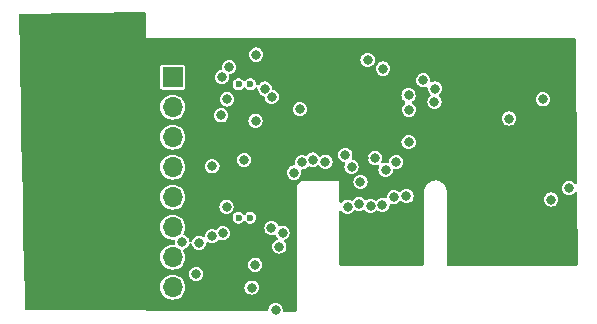
<source format=gbr>
%TF.GenerationSoftware,KiCad,Pcbnew,8.0.5*%
%TF.CreationDate,2024-11-05T15:42:22+00:00*%
%TF.ProjectId,ADE_Main_V4,4144455f-4d61-4696-9e5f-56342e6b6963,rev?*%
%TF.SameCoordinates,Original*%
%TF.FileFunction,Copper,L2,Inr*%
%TF.FilePolarity,Positive*%
%FSLAX46Y46*%
G04 Gerber Fmt 4.6, Leading zero omitted, Abs format (unit mm)*
G04 Created by KiCad (PCBNEW 8.0.5) date 2024-11-05 15:42:22*
%MOMM*%
%LPD*%
G01*
G04 APERTURE LIST*
%TA.AperFunction,ComponentPad*%
%ADD10C,0.600000*%
%TD*%
%TA.AperFunction,ComponentPad*%
%ADD11R,1.700000X1.700000*%
%TD*%
%TA.AperFunction,ComponentPad*%
%ADD12O,1.700000X1.700000*%
%TD*%
%TA.AperFunction,ViaPad*%
%ADD13C,0.800000*%
%TD*%
G04 APERTURE END LIST*
D10*
%TO.N,/UM*%
%TO.C,U3*%
X-1180000Y36100000D03*
X-180000Y36100000D03*
%TD*%
%TO.N,/UM*%
%TO.C,U1*%
X-1180000Y24810000D03*
X-180000Y24810000D03*
%TD*%
D11*
%TO.N,/RRP*%
%TO.C,J15*%
X-6750200Y36692980D03*
D12*
%TO.N,/RRM*%
X-6750200Y34152980D03*
%TO.N,/RSP*%
X-6750200Y31612980D03*
%TO.N,/RSM*%
X-6750200Y29072980D03*
%TO.N,/RTP*%
X-6750200Y26532980D03*
%TO.N,/RTM*%
X-6750200Y23992980D03*
%TO.N,/RNP*%
X-6750200Y21452980D03*
%TO.N,/RNM*%
X-6750200Y18912980D03*
%TD*%
D13*
%TO.N,GND*%
X12877800Y28778200D03*
X-16100000Y27403599D03*
X3048000Y37363400D03*
X-18640000Y32483599D03*
X12065000Y27940000D03*
X24540000Y32483599D03*
X-2540000Y39344600D03*
X-18640000Y24863599D03*
X17246600Y26085800D03*
X-18640000Y27403599D03*
X19460000Y37563599D03*
X4430000Y37400000D03*
X3200400Y19862800D03*
X-14440000Y37200000D03*
X13843000Y27762200D03*
X-14100000Y23060000D03*
X4428453Y33111500D03*
X17018000Y27711400D03*
X-13450000Y18140000D03*
X16920000Y37563599D03*
X-18640000Y29943599D03*
X390000Y17940000D03*
X9457677Y29825500D03*
X16459200Y32664400D03*
X5540000Y38930000D03*
X-13560000Y27403599D03*
X-16100000Y32483599D03*
X13868400Y25908000D03*
X-18640000Y37563599D03*
X-18640000Y22323599D03*
X-16100000Y24863599D03*
X-18640000Y19783599D03*
X1001000Y26060000D03*
X-13560000Y24863599D03*
X-16100000Y22323599D03*
X24540000Y37563599D03*
X670000Y28320000D03*
X-16100000Y29943599D03*
X-5230000Y25880000D03*
X660000Y31690000D03*
X-13560000Y40103599D03*
X-18640000Y35023599D03*
X-16100000Y19783599D03*
X1850000Y39045500D03*
X-11020000Y40103599D03*
X-13560000Y19783599D03*
X-16100000Y35023599D03*
X-16100000Y37563599D03*
X20497800Y32283400D03*
X-14520000Y29090000D03*
%TO.N,+3V3*%
X1955800Y16967200D03*
X26797000Y27305000D03*
X25298400Y26339800D03*
X11050000Y37425000D03*
X15443200Y35737800D03*
X24587200Y34823400D03*
X11277600Y28854400D03*
X-2190000Y25740000D03*
X12166600Y29514800D03*
X-1975500Y37553372D03*
%TO.N,/AVDDOUT*%
X7863900Y30124400D03*
%TO.N,/DVDDOUT*%
X9753600Y38150800D03*
%TO.N,/REF*%
X4013200Y33985200D03*
%TO.N,/ISP*%
X1040000Y35730000D03*
X-2150000Y34820000D03*
%TO.N,/INP*%
X2550000Y23540000D03*
X-2510000Y23480000D03*
%TO.N,/UR+*%
X11970000Y26540000D03*
X3524020Y28620000D03*
%TO.N,/US+*%
X10000000Y25800000D03*
X9143911Y27833911D03*
X5100000Y29720000D03*
%TO.N,/UT+*%
X8050000Y25740000D03*
%TO.N,/ADE_Reset*%
X21717000Y33197800D03*
%TO.N,/O_IN*%
X10375000Y29850000D03*
%TO.N,Net-(U1A--)*%
X-3410000Y23230000D03*
X230000Y20824500D03*
%TO.N,Net-(U3A--)*%
X260000Y33020000D03*
X-2650000Y33470000D03*
%TO.N,Net-(U1B--)*%
X-700000Y29710000D03*
X-3390000Y29150000D03*
%TO.N,/SCLK*%
X13250000Y33950000D03*
X13225000Y31200000D03*
%TO.N,/MISO*%
X13214638Y35157566D03*
%TO.N,/MOSI*%
X15409211Y34609211D03*
%TO.N,/SS*%
X14459548Y36442005D03*
%TO.N,/RN*%
X-5934500Y22738843D03*
X-4520000Y22670000D03*
%TO.N,Net-(U3B--)*%
X309163Y38610563D03*
X-2600000Y36690000D03*
%TO.N,/UM*%
X1610000Y23910000D03*
X1625500Y35047145D03*
X2277484Y22357547D03*
%TO.N,/C+*%
X-70000Y18890000D03*
%TO.N,/UR-*%
X4230000Y29490000D03*
X13040000Y26640000D03*
%TO.N,/US-*%
X11000000Y25870000D03*
X6182300Y29546200D03*
X8393411Y29123411D03*
%TO.N,/UT-*%
X9020000Y25950000D03*
%TO.N,/C-*%
X-4765656Y20033911D03*
%TD*%
%TA.AperFunction,Conductor*%
%TO.N,GND*%
G36*
X-9059161Y42184620D02*
G01*
X-9012025Y42131528D01*
X-9000000Y42077809D01*
X-9000000Y40000000D01*
X27279762Y40000000D01*
X27347883Y39979998D01*
X27394376Y39926342D01*
X27405759Y39874921D01*
X27494337Y27754743D01*
X27474833Y27686478D01*
X27421519Y27639594D01*
X27351320Y27628977D01*
X27286526Y27657997D01*
X27268377Y27677119D01*
X27261196Y27686478D01*
X27225282Y27733282D01*
X27099841Y27829536D01*
X26953762Y27890044D01*
X26797000Y27910682D01*
X26640238Y27890044D01*
X26494159Y27829536D01*
X26368718Y27733282D01*
X26272465Y27607842D01*
X26272463Y27607839D01*
X26211955Y27461760D01*
X26191318Y27305000D01*
X26191318Y27304999D01*
X26211955Y27148239D01*
X26272463Y27002160D01*
X26272465Y27002157D01*
X26368718Y26876718D01*
X26494157Y26780465D01*
X26494160Y26780463D01*
X26640239Y26719955D01*
X26797000Y26699318D01*
X26953760Y26719955D01*
X27099839Y26780463D01*
X27099842Y26780465D01*
X27121081Y26796762D01*
X27225282Y26876718D01*
X27274876Y26941351D01*
X27332213Y26983217D01*
X27403084Y26987439D01*
X27464987Y26952675D01*
X27498268Y26889963D01*
X27500835Y26865567D01*
X27544649Y20870530D01*
X27525145Y20802265D01*
X27471831Y20755381D01*
X27418617Y20743609D01*
X16575963Y20746707D01*
X16507849Y20766729D01*
X16461371Y20820397D01*
X16450000Y20872707D01*
X16450000Y26339800D01*
X24692718Y26339800D01*
X24692718Y26339799D01*
X24713355Y26183039D01*
X24773863Y26036960D01*
X24773865Y26036957D01*
X24870118Y25911518D01*
X24995557Y25815265D01*
X24995560Y25815263D01*
X25141639Y25754755D01*
X25298400Y25734118D01*
X25455160Y25754755D01*
X25601239Y25815263D01*
X25601242Y25815265D01*
X25671645Y25869287D01*
X25726682Y25911518D01*
X25822936Y26036959D01*
X25883444Y26183038D01*
X25902072Y26324533D01*
X25904082Y26339799D01*
X25904082Y26339800D01*
X25898363Y26383238D01*
X25883444Y26496562D01*
X25822936Y26642641D01*
X25726682Y26768082D01*
X25601241Y26864336D01*
X25455162Y26924844D01*
X25298400Y26945482D01*
X25141638Y26924844D01*
X24995559Y26864336D01*
X24870118Y26768082D01*
X24815391Y26696760D01*
X24773865Y26642642D01*
X24773863Y26642639D01*
X24713355Y26496560D01*
X24692718Y26339800D01*
X16450000Y26339800D01*
X16450000Y27000000D01*
X16447398Y27099574D01*
X16447398Y27099576D01*
X16405992Y27294375D01*
X16324990Y27476308D01*
X16207932Y27637425D01*
X16185084Y27657997D01*
X16059938Y27770679D01*
X16059934Y27770683D01*
X15887464Y27870258D01*
X15698060Y27931800D01*
X15500000Y27952617D01*
X15301940Y27931800D01*
X15112536Y27870258D01*
X14940066Y27770683D01*
X14940063Y27770680D01*
X14940061Y27770679D01*
X14792069Y27637427D01*
X14675012Y27476312D01*
X14594008Y27294375D01*
X14552601Y27099574D01*
X14550000Y27000000D01*
X14550000Y20873321D01*
X14529998Y20805200D01*
X14476342Y20758707D01*
X14423964Y20747321D01*
X7475963Y20749306D01*
X7407849Y20769328D01*
X7361371Y20822996D01*
X7350000Y20875306D01*
X7350000Y25294643D01*
X7370002Y25362764D01*
X7423658Y25409257D01*
X7493932Y25419361D01*
X7558512Y25389867D01*
X7575962Y25371347D01*
X7621715Y25311720D01*
X7747157Y25215465D01*
X7747160Y25215463D01*
X7893239Y25154955D01*
X8050000Y25134318D01*
X8206760Y25154955D01*
X8352839Y25215463D01*
X8352842Y25215465D01*
X8478282Y25311718D01*
X8545039Y25398717D01*
X8602376Y25440584D01*
X8673247Y25444806D01*
X8709049Y25427940D01*
X8710005Y25429595D01*
X8717160Y25425463D01*
X8863239Y25364955D01*
X9020000Y25344318D01*
X9176760Y25364955D01*
X9322839Y25425463D01*
X9322841Y25425464D01*
X9353566Y25449040D01*
X9419786Y25474641D01*
X9489334Y25460377D01*
X9530232Y25425783D01*
X9571717Y25371718D01*
X9697157Y25275465D01*
X9697160Y25275463D01*
X9843239Y25214955D01*
X10000000Y25194318D01*
X10156760Y25214955D01*
X10302839Y25275463D01*
X10302842Y25275465D01*
X10327836Y25294643D01*
X10428282Y25371718D01*
X10438542Y25385089D01*
X10495881Y25426956D01*
X10566752Y25431177D01*
X10615207Y25408347D01*
X10697152Y25345468D01*
X10697160Y25345463D01*
X10843239Y25284955D01*
X11000000Y25264318D01*
X11156760Y25284955D01*
X11302839Y25345463D01*
X11302842Y25345465D01*
X11302846Y25345468D01*
X11428282Y25441718D01*
X11524536Y25567159D01*
X11585044Y25713238D01*
X11605588Y25869287D01*
X11634310Y25934214D01*
X11693575Y25973306D01*
X11764567Y25974151D01*
X11778726Y25969251D01*
X11813239Y25954955D01*
X11970000Y25934318D01*
X12126760Y25954955D01*
X12272839Y26015463D01*
X12272842Y26015465D01*
X12398282Y26111718D01*
X12448972Y26177778D01*
X12506309Y26219645D01*
X12577180Y26223867D01*
X12625638Y26201037D01*
X12737157Y26115465D01*
X12737160Y26115463D01*
X12883239Y26054955D01*
X13040000Y26034318D01*
X13196760Y26054955D01*
X13342839Y26115463D01*
X13342842Y26115465D01*
X13400932Y26160039D01*
X13468282Y26211718D01*
X13564536Y26337159D01*
X13625044Y26483238D01*
X13645682Y26640000D01*
X13625044Y26796762D01*
X13564536Y26942841D01*
X13468282Y27068282D01*
X13342841Y27164536D01*
X13196762Y27225044D01*
X13040000Y27245682D01*
X12883238Y27225044D01*
X12737159Y27164536D01*
X12611718Y27068282D01*
X12611716Y27068280D01*
X12611715Y27068279D01*
X12561027Y27002221D01*
X12503689Y26960354D01*
X12432818Y26956132D01*
X12384365Y26978960D01*
X12272841Y27064536D01*
X12126762Y27125044D01*
X11970000Y27145682D01*
X11813238Y27125044D01*
X11667159Y27064536D01*
X11541718Y26968282D01*
X11445465Y26842842D01*
X11445463Y26842839D01*
X11384955Y26696760D01*
X11364411Y26540711D01*
X11335688Y26475784D01*
X11276423Y26436693D01*
X11205431Y26435848D01*
X11191274Y26440748D01*
X11156762Y26455044D01*
X11000000Y26475682D01*
X10843238Y26455044D01*
X10697159Y26394536D01*
X10571718Y26298282D01*
X10571717Y26298280D01*
X10571716Y26298280D01*
X10561456Y26284909D01*
X10504118Y26243043D01*
X10433246Y26238822D01*
X10384795Y26261650D01*
X10302841Y26324536D01*
X10156762Y26385044D01*
X10000000Y26405682D01*
X9843238Y26385044D01*
X9697159Y26324536D01*
X9666431Y26300958D01*
X9600214Y26275358D01*
X9530665Y26289622D01*
X9489767Y26324216D01*
X9448282Y26378282D01*
X9322841Y26474536D01*
X9176762Y26535044D01*
X9020000Y26555682D01*
X8863238Y26535044D01*
X8717159Y26474536D01*
X8591718Y26378282D01*
X8524962Y26291283D01*
X8467624Y26249416D01*
X8396753Y26245194D01*
X8360957Y26262062D01*
X8360000Y26260404D01*
X8352848Y26264532D01*
X8352844Y26264533D01*
X8352841Y26264536D01*
X8206762Y26325044D01*
X8050000Y26345682D01*
X7893238Y26325044D01*
X7747159Y26264536D01*
X7621718Y26168282D01*
X7575961Y26108651D01*
X7518625Y26066785D01*
X7447754Y26062563D01*
X7385851Y26097327D01*
X7352570Y26160039D01*
X7350000Y26185356D01*
X7350000Y27833911D01*
X8538229Y27833911D01*
X8538229Y27833910D01*
X8558866Y27677150D01*
X8619374Y27531071D01*
X8619376Y27531068D01*
X8715629Y27405629D01*
X8841068Y27309376D01*
X8841071Y27309374D01*
X8987150Y27248866D01*
X9143911Y27228229D01*
X9300671Y27248866D01*
X9446750Y27309374D01*
X9446753Y27309376D01*
X9572193Y27405629D01*
X9668447Y27531070D01*
X9728955Y27677149D01*
X9749593Y27833911D01*
X9728955Y27990673D01*
X9668447Y28136752D01*
X9572193Y28262193D01*
X9446752Y28358447D01*
X9300673Y28418955D01*
X9143911Y28439593D01*
X8987149Y28418955D01*
X8841070Y28358447D01*
X8715629Y28262193D01*
X8664297Y28195295D01*
X8619376Y28136753D01*
X8619374Y28136750D01*
X8558866Y27990671D01*
X8538229Y27833911D01*
X7350000Y27833911D01*
X7350000Y27950000D01*
X4200000Y27950000D01*
X3800000Y27550000D01*
X3750000Y27500000D01*
X3750000Y27499999D01*
X3750000Y16981249D01*
X3729998Y16913128D01*
X3676342Y16866635D01*
X3623480Y16855250D01*
X2685682Y16859128D01*
X2617651Y16879411D01*
X2571380Y16933258D01*
X2561287Y16968680D01*
X2540844Y17123962D01*
X2480336Y17270041D01*
X2384082Y17395482D01*
X2258641Y17491736D01*
X2112562Y17552244D01*
X1955800Y17572882D01*
X1799038Y17552244D01*
X1652959Y17491736D01*
X1527518Y17395482D01*
X1431265Y17270042D01*
X1431263Y17270039D01*
X1370755Y17123960D01*
X1351107Y16974718D01*
X1322384Y16909791D01*
X1263119Y16870700D01*
X1225671Y16865167D01*
X-19130971Y16949357D01*
X-19199007Y16969641D01*
X-19245277Y17023488D01*
X-19256421Y17072754D01*
X-19294432Y18912980D01*
X-7805783Y18912980D01*
X-7785500Y18707046D01*
X-7725432Y18509026D01*
X-7627885Y18326530D01*
X-7496610Y18166570D01*
X-7336650Y18035295D01*
X-7336648Y18035294D01*
X-7336647Y18035293D01*
X-7154154Y17937748D01*
X-6956127Y17877678D01*
X-6750203Y17857397D01*
X-6750200Y17857397D01*
X-6750197Y17857397D01*
X-6544272Y17877678D01*
X-6346245Y17937748D01*
X-6163752Y18035293D01*
X-6003790Y18166570D01*
X-5872513Y18326532D01*
X-5774968Y18509025D01*
X-5714898Y18707052D01*
X-5696880Y18890000D01*
X-675682Y18890000D01*
X-655044Y18733238D01*
X-594536Y18587159D01*
X-498282Y18461718D01*
X-372842Y18365465D01*
X-372839Y18365463D01*
X-226760Y18304955D01*
X-70000Y18284318D01*
X86760Y18304955D01*
X232839Y18365463D01*
X232842Y18365465D01*
X358282Y18461718D01*
X454536Y18587159D01*
X515044Y18733238D01*
X535682Y18890000D01*
X515044Y19046762D01*
X454536Y19192841D01*
X358282Y19318282D01*
X232841Y19414536D01*
X86762Y19475044D01*
X-70000Y19495682D01*
X-226762Y19475044D01*
X-372841Y19414536D01*
X-498282Y19318282D01*
X-594536Y19192841D01*
X-655044Y19046762D01*
X-675682Y18890000D01*
X-5696880Y18890000D01*
X-5694617Y18912976D01*
X-5694617Y18912983D01*
X-5714898Y19118907D01*
X-5774968Y19316934D01*
X-5872513Y19499427D01*
X-5880677Y19509375D01*
X-6003790Y19659390D01*
X-6163750Y19790665D01*
X-6346246Y19888212D01*
X-6544266Y19948280D01*
X-6544270Y19948280D01*
X-6544272Y19948281D01*
X-6750197Y19968563D01*
X-6750203Y19968563D01*
X-6956127Y19948281D01*
X-6956128Y19948280D01*
X-6956134Y19948280D01*
X-7154154Y19888212D01*
X-7336650Y19790665D01*
X-7496610Y19659390D01*
X-7627885Y19499430D01*
X-7725432Y19316934D01*
X-7785500Y19118914D01*
X-7785500Y19118908D01*
X-7785501Y19118907D01*
X-7792607Y19046760D01*
X-7805783Y18912980D01*
X-19294432Y18912980D01*
X-19317586Y20033911D01*
X-5371338Y20033911D01*
X-5350700Y19877149D01*
X-5290192Y19731070D01*
X-5193938Y19605629D01*
X-5068498Y19509376D01*
X-5068495Y19509374D01*
X-4922416Y19448866D01*
X-4765656Y19428229D01*
X-4608895Y19448866D01*
X-4462816Y19509374D01*
X-4462813Y19509376D01*
X-4337374Y19605629D01*
X-4241121Y19731068D01*
X-4241119Y19731071D01*
X-4180611Y19877150D01*
X-4159974Y20033910D01*
X-4159974Y20033911D01*
X-4180611Y20190671D01*
X-4241119Y20336750D01*
X-4241121Y20336753D01*
X-4286750Y20396218D01*
X-4337374Y20462193D01*
X-4462815Y20558447D01*
X-4608894Y20618955D01*
X-4765656Y20639593D01*
X-4922418Y20618955D01*
X-5068497Y20558447D01*
X-5193938Y20462193D01*
X-5290192Y20336752D01*
X-5350700Y20190673D01*
X-5371338Y20033911D01*
X-19317586Y20033911D01*
X-19399364Y23992983D01*
X-7805783Y23992983D01*
X-7805783Y23992976D01*
X-7790291Y23835682D01*
X-7785500Y23787046D01*
X-7725432Y23589026D01*
X-7627885Y23406530D01*
X-7496610Y23246570D01*
X-7336650Y23115295D01*
X-7336648Y23115294D01*
X-7336647Y23115293D01*
X-7257968Y23073238D01*
X-7154154Y23017748D01*
X-6974427Y22963229D01*
X-6956127Y22957678D01*
X-6750203Y22937397D01*
X-6750200Y22937397D01*
X-6750195Y22937397D01*
X-6668932Y22945400D01*
X-6599179Y22932171D01*
X-6547651Y22883330D01*
X-6530708Y22814385D01*
X-6531658Y22803582D01*
X-6540182Y22738843D01*
X-6535787Y22705463D01*
X-6527430Y22641981D01*
X-6538369Y22571832D01*
X-6585498Y22518734D01*
X-6653851Y22499544D01*
X-6664699Y22500141D01*
X-6704034Y22504016D01*
X-6750198Y22508563D01*
X-6750203Y22508563D01*
X-6956127Y22488281D01*
X-6956128Y22488280D01*
X-6956134Y22488280D01*
X-7154154Y22428212D01*
X-7336650Y22330665D01*
X-7496610Y22199390D01*
X-7627885Y22039430D01*
X-7725432Y21856934D01*
X-7785500Y21658914D01*
X-7785500Y21658908D01*
X-7785501Y21658907D01*
X-7805783Y21452983D01*
X-7805783Y21452976D01*
X-7795546Y21349036D01*
X-7785500Y21247046D01*
X-7725432Y21049026D01*
X-7627885Y20866530D01*
X-7496610Y20706570D01*
X-7336650Y20575295D01*
X-7336648Y20575294D01*
X-7336647Y20575293D01*
X-7154154Y20477748D01*
X-6956127Y20417678D01*
X-6750203Y20397397D01*
X-6750200Y20397397D01*
X-6750197Y20397397D01*
X-6544272Y20417678D01*
X-6346245Y20477748D01*
X-6163752Y20575293D01*
X-6003790Y20706570D01*
X-5907008Y20824500D01*
X-375682Y20824500D01*
X-355044Y20667738D01*
X-294536Y20521659D01*
X-198282Y20396218D01*
X-72842Y20299965D01*
X-72839Y20299963D01*
X73239Y20239455D01*
X230000Y20218818D01*
X386760Y20239455D01*
X532839Y20299963D01*
X532842Y20299965D01*
X658282Y20396218D01*
X754536Y20521659D01*
X815044Y20667738D01*
X835682Y20824500D01*
X815044Y20981262D01*
X754536Y21127341D01*
X658282Y21252782D01*
X532841Y21349036D01*
X386762Y21409544D01*
X230000Y21430182D01*
X73238Y21409544D01*
X-72841Y21349036D01*
X-198282Y21252782D01*
X-294536Y21127341D01*
X-355044Y20981262D01*
X-375682Y20824500D01*
X-5907008Y20824500D01*
X-5872513Y20866532D01*
X-5774968Y21049025D01*
X-5714898Y21247052D01*
X-5694617Y21452976D01*
X-5694617Y21452983D01*
X-5714898Y21658907D01*
X-5774968Y21856934D01*
X-5839851Y21978321D01*
X-5854323Y22047827D01*
X-5828919Y22114123D01*
X-5776948Y22154125D01*
X-5631664Y22214304D01*
X-5631657Y22214308D01*
X-5506218Y22310561D01*
X-5409965Y22436000D01*
X-5409965Y22436001D01*
X-5409964Y22436002D01*
X-5350820Y22578786D01*
X-5306272Y22634066D01*
X-5238909Y22656487D01*
X-5170117Y22638928D01*
X-5121739Y22586966D01*
X-5109490Y22547014D01*
X-5105044Y22513238D01*
X-5044536Y22367159D01*
X-4948282Y22241718D01*
X-4834128Y22154125D01*
X-4822842Y22145465D01*
X-4822839Y22145463D01*
X-4676760Y22084955D01*
X-4520000Y22064318D01*
X-4363239Y22084955D01*
X-4217160Y22145463D01*
X-4217157Y22145465D01*
X-4091718Y22241718D01*
X-3995465Y22367157D01*
X-3995463Y22367160D01*
X-3934955Y22513239D01*
X-3920077Y22626253D01*
X-3891354Y22691180D01*
X-3832089Y22730271D01*
X-3761097Y22731116D01*
X-3718452Y22709769D01*
X-3712847Y22705468D01*
X-3712839Y22705463D01*
X-3566760Y22644955D01*
X-3410000Y22624318D01*
X-3253239Y22644955D01*
X-3107160Y22705463D01*
X-3107157Y22705465D01*
X-2981715Y22801720D01*
X-2910324Y22894759D01*
X-2852986Y22936626D01*
X-2782115Y22940848D01*
X-2762145Y22934464D01*
X-2666762Y22894956D01*
X-2510000Y22874318D01*
X-2353239Y22894955D01*
X-2207160Y22955463D01*
X-2207157Y22955465D01*
X-2081718Y23051718D01*
X-1985465Y23177157D01*
X-1985463Y23177160D01*
X-1924955Y23323239D01*
X-1904318Y23479999D01*
X-1904318Y23480000D01*
X-1924955Y23636760D01*
X-1985463Y23782839D01*
X-1985465Y23782842D01*
X-1988695Y23787052D01*
X-2081718Y23908282D01*
X-2083957Y23910000D01*
X1004318Y23910000D01*
X1004318Y23909999D01*
X1024955Y23753239D01*
X1085463Y23607160D01*
X1085465Y23607157D01*
X1181718Y23481718D01*
X1307157Y23385465D01*
X1307160Y23385463D01*
X1453239Y23324955D01*
X1610000Y23304318D01*
X1766762Y23324956D01*
X1840129Y23355345D01*
X1910719Y23362934D01*
X1974205Y23331154D01*
X2004754Y23287156D01*
X2025462Y23237162D01*
X2025468Y23237152D01*
X2119992Y23113966D01*
X2145592Y23047746D01*
X2131327Y22978197D01*
X2081725Y22927402D01*
X2068262Y22920861D01*
X1974643Y22882083D01*
X1849202Y22785829D01*
X1760324Y22670000D01*
X1752949Y22660389D01*
X1752947Y22660386D01*
X1692439Y22514307D01*
X1671802Y22357547D01*
X1671802Y22357546D01*
X1692439Y22200786D01*
X1752947Y22054707D01*
X1752949Y22054704D01*
X1849202Y21929265D01*
X1974641Y21833012D01*
X1974644Y21833010D01*
X2120723Y21772502D01*
X2277484Y21751865D01*
X2434244Y21772502D01*
X2580323Y21833010D01*
X2580326Y21833012D01*
X2611502Y21856934D01*
X2705766Y21929265D01*
X2802020Y22054706D01*
X2862528Y22200785D01*
X2883166Y22357547D01*
X2862528Y22514309D01*
X2802020Y22660388D01*
X2707491Y22783580D01*
X2681891Y22849799D01*
X2696156Y22919348D01*
X2745757Y22970144D01*
X2759228Y22976688D01*
X2852841Y23015464D01*
X2978282Y23111718D01*
X3074536Y23237159D01*
X3135044Y23383238D01*
X3155682Y23540000D01*
X3135044Y23696762D01*
X3074536Y23842841D01*
X2978282Y23968282D01*
X2852841Y24064536D01*
X2706762Y24125044D01*
X2550000Y24145682D01*
X2393238Y24125044D01*
X2319869Y24094653D01*
X2249281Y24087065D01*
X2185794Y24118844D01*
X2155245Y24162843D01*
X2134536Y24212841D01*
X2038282Y24338282D01*
X1912841Y24434536D01*
X1766762Y24495044D01*
X1610000Y24515682D01*
X1453238Y24495044D01*
X1307159Y24434536D01*
X1181718Y24338282D01*
X1085465Y24212842D01*
X1085463Y24212839D01*
X1024955Y24066760D01*
X1004318Y23910000D01*
X-2083957Y23910000D01*
X-2207159Y24004536D01*
X-2353238Y24065044D01*
X-2510000Y24085682D01*
X-2666762Y24065044D01*
X-2812841Y24004536D01*
X-2938282Y23908282D01*
X-3009675Y23815239D01*
X-3067012Y23773373D01*
X-3137883Y23769151D01*
X-3157855Y23775535D01*
X-3253238Y23815044D01*
X-3410000Y23835682D01*
X-3566762Y23815044D01*
X-3712841Y23754536D01*
X-3838282Y23658282D01*
X-3934536Y23532841D01*
X-3995044Y23386762D01*
X-4009922Y23273744D01*
X-4038644Y23208820D01*
X-4097909Y23169728D01*
X-4168900Y23168883D01*
X-4211545Y23190228D01*
X-4217159Y23194536D01*
X-4363238Y23255044D01*
X-4520000Y23275682D01*
X-4676762Y23255044D01*
X-4822841Y23194536D01*
X-4948282Y23098282D01*
X-5044536Y22972841D01*
X-5103680Y22830054D01*
X-5148226Y22774776D01*
X-5215589Y22752355D01*
X-5284381Y22769913D01*
X-5332759Y22821875D01*
X-5345009Y22861828D01*
X-5349455Y22895603D01*
X-5409963Y23041682D01*
X-5409965Y23041685D01*
X-5414616Y23047746D01*
X-5506218Y23167125D01*
X-5631659Y23263379D01*
X-5763064Y23317808D01*
X-5818344Y23362356D01*
X-5840765Y23429720D01*
X-5825967Y23493613D01*
X-5774968Y23589025D01*
X-5714898Y23787052D01*
X-5694617Y23992976D01*
X-5694617Y23992983D01*
X-5714898Y24198907D01*
X-5719124Y24212837D01*
X-5774968Y24396934D01*
X-5836927Y24512851D01*
X-5872513Y24579427D01*
X-5872515Y24579430D01*
X-6003790Y24739390D01*
X-6089829Y24810000D01*
X-1685647Y24810000D01*
X-1665165Y24667543D01*
X-1605377Y24536627D01*
X-1516914Y24434534D01*
X-1511126Y24427855D01*
X-1463011Y24396934D01*
X-1390053Y24350047D01*
X-1251961Y24309500D01*
X-1108039Y24309500D01*
X-969946Y24350047D01*
X-848873Y24427855D01*
X-848872Y24427855D01*
X-775224Y24512851D01*
X-715498Y24551234D01*
X-644501Y24551234D01*
X-584776Y24512851D01*
X-528587Y24448006D01*
X-516914Y24434534D01*
X-511126Y24427855D01*
X-463011Y24396934D01*
X-390053Y24350047D01*
X-251961Y24309500D01*
X-108039Y24309500D01*
X30053Y24350047D01*
X151126Y24427855D01*
X156914Y24434534D01*
X245377Y24536627D01*
X305165Y24667543D01*
X325647Y24810000D01*
X305165Y24952457D01*
X245377Y25083373D01*
X151128Y25192143D01*
X30053Y25269953D01*
X-108039Y25310500D01*
X-251961Y25310500D01*
X-390053Y25269953D01*
X-511128Y25192143D01*
X-543350Y25154956D01*
X-584775Y25107149D01*
X-644501Y25068765D01*
X-715498Y25068765D01*
X-775224Y25107148D01*
X-775225Y25107149D01*
X-848873Y25192144D01*
X-961179Y25264318D01*
X-969947Y25269953D01*
X-1108039Y25310500D01*
X-1251961Y25310500D01*
X-1390053Y25269953D01*
X-1511128Y25192143D01*
X-1605377Y25083373D01*
X-1665165Y24952457D01*
X-1685647Y24810000D01*
X-6089829Y24810000D01*
X-6163750Y24870665D01*
X-6346246Y24968212D01*
X-6544266Y25028280D01*
X-6544270Y25028280D01*
X-6544272Y25028281D01*
X-6750197Y25048563D01*
X-6750203Y25048563D01*
X-6956127Y25028281D01*
X-6956128Y25028280D01*
X-6956134Y25028280D01*
X-7154154Y24968212D01*
X-7336650Y24870665D01*
X-7496610Y24739390D01*
X-7627885Y24579430D01*
X-7725432Y24396934D01*
X-7785500Y24198914D01*
X-7785500Y24198908D01*
X-7785501Y24198907D01*
X-7805783Y23992983D01*
X-19399364Y23992983D01*
X-19451830Y26532983D01*
X-7805783Y26532983D01*
X-7805783Y26532976D01*
X-7786497Y26337160D01*
X-7785500Y26327046D01*
X-7725432Y26129026D01*
X-7627885Y25946530D01*
X-7496610Y25786570D01*
X-7336650Y25655295D01*
X-7336648Y25655294D01*
X-7336647Y25655293D01*
X-7171761Y25567159D01*
X-7154154Y25557748D01*
X-7035378Y25521718D01*
X-6956127Y25497678D01*
X-6750203Y25477397D01*
X-6750200Y25477397D01*
X-6750197Y25477397D01*
X-6544272Y25497678D01*
X-6346245Y25557748D01*
X-6163752Y25655293D01*
X-6060536Y25740000D01*
X-2795682Y25740000D01*
X-2775044Y25583238D01*
X-2714536Y25437159D01*
X-2618282Y25311718D01*
X-2492842Y25215465D01*
X-2492839Y25215463D01*
X-2346760Y25154955D01*
X-2190000Y25134318D01*
X-2033239Y25154955D01*
X-1887160Y25215463D01*
X-1887157Y25215465D01*
X-1761718Y25311718D01*
X-1665465Y25437157D01*
X-1665463Y25437160D01*
X-1604955Y25583239D01*
X-1584318Y25739999D01*
X-1584318Y25740000D01*
X-1604955Y25896760D01*
X-1665463Y26042839D01*
X-1665465Y26042842D01*
X-1761718Y26168282D01*
X-1887159Y26264536D01*
X-2033238Y26325044D01*
X-2190000Y26345682D01*
X-2346762Y26325044D01*
X-2492841Y26264536D01*
X-2618282Y26168282D01*
X-2714536Y26042841D01*
X-2775044Y25896762D01*
X-2795682Y25740000D01*
X-6060536Y25740000D01*
X-6003790Y25786570D01*
X-5872513Y25946532D01*
X-5774968Y26129025D01*
X-5714898Y26327052D01*
X-5694617Y26532976D01*
X-5694617Y26532983D01*
X-5714898Y26738907D01*
X-5774968Y26936934D01*
X-5872513Y27119427D01*
X-5872515Y27119430D01*
X-6003790Y27279390D01*
X-6163750Y27410665D01*
X-6346246Y27508212D01*
X-6544266Y27568280D01*
X-6544270Y27568280D01*
X-6544272Y27568281D01*
X-6750197Y27588563D01*
X-6750203Y27588563D01*
X-6956127Y27568281D01*
X-6956128Y27568280D01*
X-6956134Y27568280D01*
X-7154154Y27508212D01*
X-7336650Y27410665D01*
X-7496610Y27279390D01*
X-7627885Y27119430D01*
X-7725432Y26936934D01*
X-7785500Y26738914D01*
X-7785500Y26738908D01*
X-7785501Y26738907D01*
X-7805783Y26532983D01*
X-19451830Y26532983D01*
X-19504296Y29072983D01*
X-7805783Y29072983D01*
X-7805783Y29072976D01*
X-7787202Y28884318D01*
X-7785500Y28867046D01*
X-7725432Y28669026D01*
X-7627885Y28486530D01*
X-7496610Y28326570D01*
X-7336650Y28195295D01*
X-7336648Y28195294D01*
X-7336647Y28195293D01*
X-7154154Y28097748D01*
X-6956127Y28037678D01*
X-6750203Y28017397D01*
X-6750200Y28017397D01*
X-6750197Y28017397D01*
X-6544272Y28037678D01*
X-6346245Y28097748D01*
X-6163752Y28195293D01*
X-6003790Y28326570D01*
X-5872513Y28486532D01*
X-5774968Y28669025D01*
X-5714898Y28867052D01*
X-5694617Y29072976D01*
X-5694617Y29072983D01*
X-5702202Y29150000D01*
X-3995682Y29150000D01*
X-3995682Y29149999D01*
X-3985543Y29072983D01*
X-3975044Y28993238D01*
X-3914536Y28847159D01*
X-3818282Y28721718D01*
X-3692842Y28625465D01*
X-3692839Y28625463D01*
X-3546760Y28564955D01*
X-3390000Y28544318D01*
X-3233239Y28564955D01*
X-3100349Y28620000D01*
X2918338Y28620000D01*
X2918338Y28619999D01*
X2938975Y28463239D01*
X2999483Y28317160D01*
X2999485Y28317157D01*
X3095738Y28191718D01*
X3221177Y28095465D01*
X3221180Y28095463D01*
X3367259Y28034955D01*
X3524020Y28014318D01*
X3680780Y28034955D01*
X3826859Y28095463D01*
X3826862Y28095465D01*
X3952302Y28191718D01*
X4048556Y28317159D01*
X4109064Y28463238D01*
X4129702Y28620000D01*
X4113651Y28741915D01*
X4124590Y28812061D01*
X4171718Y28865160D01*
X4222126Y28883281D01*
X4386760Y28904955D01*
X4532839Y28965463D01*
X4532842Y28965465D01*
X4534385Y28966649D01*
X4658282Y29061718D01*
X4710795Y29130155D01*
X4768132Y29172021D01*
X4839003Y29176243D01*
X4858975Y29169859D01*
X4943239Y29134955D01*
X5100000Y29114318D01*
X5256760Y29134955D01*
X5402839Y29195463D01*
X5402847Y29195468D01*
X5486460Y29259627D01*
X5552680Y29285228D01*
X5622229Y29270963D01*
X5663126Y29236369D01*
X5754015Y29117920D01*
X5879457Y29021665D01*
X5879460Y29021663D01*
X6025539Y28961155D01*
X6182300Y28940518D01*
X6339060Y28961155D01*
X6485139Y29021663D01*
X6485142Y29021665D01*
X6519830Y29048282D01*
X6610582Y29117918D01*
X6706836Y29243359D01*
X6767344Y29389438D01*
X6787982Y29546200D01*
X6767344Y29702962D01*
X6706836Y29849041D01*
X6610582Y29974482D01*
X6485141Y30070736D01*
X6355585Y30124400D01*
X7258218Y30124400D01*
X7258218Y30124399D01*
X7278855Y29967639D01*
X7339363Y29821560D01*
X7339365Y29821557D01*
X7435618Y29696118D01*
X7561057Y29599865D01*
X7561060Y29599863D01*
X7707138Y29539356D01*
X7742138Y29534748D01*
X7807064Y29506025D01*
X7846156Y29446759D01*
X7847000Y29375768D01*
X7842101Y29361614D01*
X7827128Y29325465D01*
X7808366Y29280171D01*
X7787729Y29123411D01*
X7787729Y29123410D01*
X7808366Y28966650D01*
X7868874Y28820571D01*
X7868876Y28820568D01*
X7965129Y28695129D01*
X8090568Y28598876D01*
X8090571Y28598874D01*
X8236650Y28538366D01*
X8393411Y28517729D01*
X8550171Y28538366D01*
X8696250Y28598874D01*
X8696253Y28598876D01*
X8723781Y28619999D01*
X8821693Y28695129D01*
X8917947Y28820570D01*
X8978455Y28966649D01*
X8999093Y29123411D01*
X8978455Y29280173D01*
X8917947Y29426252D01*
X8821693Y29551693D01*
X8696252Y29647947D01*
X8550173Y29708455D01*
X8515174Y29713062D01*
X8450248Y29741783D01*
X8411155Y29801048D01*
X8410572Y29850000D01*
X9769318Y29850000D01*
X9769318Y29849999D01*
X9789955Y29693239D01*
X9850463Y29547160D01*
X9850465Y29547157D01*
X9946718Y29421718D01*
X10072157Y29325465D01*
X10072160Y29325463D01*
X10218239Y29264955D01*
X10375000Y29244318D01*
X10531760Y29264955D01*
X10548331Y29271819D01*
X10571719Y29281507D01*
X10642309Y29289096D01*
X10705796Y29257316D01*
X10742023Y29196258D01*
X10739489Y29125307D01*
X10736346Y29116880D01*
X10692555Y29011160D01*
X10671918Y28854400D01*
X10671918Y28854399D01*
X10692555Y28697639D01*
X10753063Y28551560D01*
X10753065Y28551557D01*
X10849318Y28426118D01*
X10974757Y28329865D01*
X10974760Y28329863D01*
X11120839Y28269355D01*
X11277600Y28248718D01*
X11434360Y28269355D01*
X11580439Y28329863D01*
X11580442Y28329865D01*
X11705882Y28426118D01*
X11802136Y28551559D01*
X11862644Y28697638D01*
X11878743Y28819928D01*
X11907465Y28884854D01*
X11966730Y28923946D01*
X12020111Y28928403D01*
X12166600Y28909118D01*
X12323360Y28929755D01*
X12469439Y28990263D01*
X12469442Y28990265D01*
X12594882Y29086518D01*
X12691136Y29211959D01*
X12751644Y29358038D01*
X12772282Y29514800D01*
X12751644Y29671562D01*
X12691136Y29817641D01*
X12594882Y29943082D01*
X12469441Y30039336D01*
X12323362Y30099844D01*
X12166600Y30120482D01*
X12009838Y30099844D01*
X11863759Y30039336D01*
X11738318Y29943082D01*
X11642065Y29817642D01*
X11642063Y29817639D01*
X11581555Y29671560D01*
X11565456Y29549271D01*
X11536733Y29484344D01*
X11477468Y29445253D01*
X11424090Y29440796D01*
X11277600Y29460082D01*
X11120838Y29439444D01*
X11080880Y29422892D01*
X11010291Y29415303D01*
X10946804Y29447082D01*
X10910576Y29508139D01*
X10913110Y29579091D01*
X10916246Y29587502D01*
X10960044Y29693238D01*
X10976652Y29819390D01*
X10980682Y29849999D01*
X10980682Y29850000D01*
X10960044Y30006762D01*
X10899536Y30152841D01*
X10803282Y30278282D01*
X10677841Y30374536D01*
X10531762Y30435044D01*
X10375000Y30455682D01*
X10218238Y30435044D01*
X10072159Y30374536D01*
X9946718Y30278282D01*
X9850465Y30152842D01*
X9850463Y30152839D01*
X9789955Y30006760D01*
X9769318Y29850000D01*
X8410572Y29850000D01*
X8410310Y29872039D01*
X8415203Y29886181D01*
X8448944Y29967638D01*
X8469582Y30124400D01*
X8448944Y30281162D01*
X8388436Y30427241D01*
X8292182Y30552682D01*
X8166741Y30648936D01*
X8020662Y30709444D01*
X7863900Y30730082D01*
X7707138Y30709444D01*
X7561059Y30648936D01*
X7435618Y30552682D01*
X7339365Y30427242D01*
X7339363Y30427239D01*
X7278855Y30281160D01*
X7258218Y30124400D01*
X6355585Y30124400D01*
X6339062Y30131244D01*
X6182300Y30151882D01*
X6025538Y30131244D01*
X5879459Y30070736D01*
X5796087Y30006762D01*
X5795839Y30006572D01*
X5729619Y29980971D01*
X5660070Y29995235D01*
X5619172Y30029831D01*
X5528282Y30148282D01*
X5402841Y30244536D01*
X5256762Y30305044D01*
X5100000Y30325682D01*
X4943238Y30305044D01*
X4797159Y30244536D01*
X4671718Y30148282D01*
X4631357Y30095682D01*
X4619205Y30079845D01*
X4561867Y30037978D01*
X4490996Y30033756D01*
X4471032Y30040137D01*
X4386762Y30075044D01*
X4230000Y30095682D01*
X4073238Y30075044D01*
X3927159Y30014536D01*
X3801718Y29918282D01*
X3705465Y29792842D01*
X3705463Y29792839D01*
X3644955Y29646760D01*
X3624318Y29490000D01*
X3624318Y29489999D01*
X3640368Y29368086D01*
X3629429Y29297937D01*
X3582300Y29244839D01*
X3531892Y29226718D01*
X3524021Y29225681D01*
X3524020Y29225682D01*
X3367258Y29205044D01*
X3221179Y29144536D01*
X3095738Y29048282D01*
X3003752Y28928403D01*
X2999485Y28922842D01*
X2999483Y28922839D01*
X2938975Y28776760D01*
X2918338Y28620000D01*
X-3100349Y28620000D01*
X-3087160Y28625463D01*
X-3087157Y28625465D01*
X-2961718Y28721718D01*
X-2865465Y28847157D01*
X-2865463Y28847160D01*
X-2804955Y28993239D01*
X-2784318Y29149999D01*
X-2784318Y29150000D01*
X-2804955Y29306760D01*
X-2865463Y29452839D01*
X-2865465Y29452842D01*
X-2961718Y29578282D01*
X-3087159Y29674536D01*
X-3172777Y29710000D01*
X-1305682Y29710000D01*
X-1305682Y29709999D01*
X-1303475Y29693239D01*
X-1285044Y29553238D01*
X-1224536Y29407159D01*
X-1128282Y29281718D01*
X-1015873Y29195464D01*
X-1002842Y29185465D01*
X-1002839Y29185463D01*
X-856760Y29124955D01*
X-700000Y29104318D01*
X-543239Y29124955D01*
X-397160Y29185463D01*
X-397157Y29185465D01*
X-271718Y29281718D01*
X-175465Y29407157D01*
X-175463Y29407160D01*
X-114955Y29553239D01*
X-94318Y29709999D01*
X-94318Y29710000D01*
X-114955Y29866760D01*
X-175463Y30012839D01*
X-175465Y30012842D01*
X-176765Y30014536D01*
X-271718Y30138282D01*
X-397159Y30234536D01*
X-543238Y30295044D01*
X-700000Y30315682D01*
X-856762Y30295044D01*
X-1002841Y30234536D01*
X-1128282Y30138282D01*
X-1224536Y30012841D01*
X-1285044Y29866762D01*
X-1291281Y29819389D01*
X-1305682Y29710000D01*
X-3172777Y29710000D01*
X-3233238Y29735044D01*
X-3390000Y29755682D01*
X-3546762Y29735044D01*
X-3692841Y29674536D01*
X-3818282Y29578282D01*
X-3914536Y29452841D01*
X-3975044Y29306762D01*
X-3994729Y29157241D01*
X-3995682Y29150000D01*
X-5702202Y29150000D01*
X-5714898Y29278907D01*
X-5720671Y29297937D01*
X-5774968Y29476934D01*
X-5790518Y29506025D01*
X-5872513Y29659427D01*
X-5882470Y29671560D01*
X-6003790Y29819390D01*
X-6163750Y29950665D01*
X-6346246Y30048212D01*
X-6544266Y30108280D01*
X-6544270Y30108280D01*
X-6544272Y30108281D01*
X-6750197Y30128563D01*
X-6750203Y30128563D01*
X-6956127Y30108281D01*
X-6956128Y30108280D01*
X-6956134Y30108280D01*
X-7154154Y30048212D01*
X-7336650Y29950665D01*
X-7496610Y29819390D01*
X-7627885Y29659430D01*
X-7725432Y29476934D01*
X-7785500Y29278914D01*
X-7785500Y29278908D01*
X-7785501Y29278907D01*
X-7805783Y29072983D01*
X-19504296Y29072983D01*
X-19556762Y31612983D01*
X-7805783Y31612983D01*
X-7805783Y31612976D01*
X-7794936Y31502841D01*
X-7785500Y31407046D01*
X-7725432Y31209026D01*
X-7627885Y31026530D01*
X-7496610Y30866570D01*
X-7336650Y30735295D01*
X-7336648Y30735294D01*
X-7336647Y30735293D01*
X-7288287Y30709444D01*
X-7154154Y30637748D01*
X-7010983Y30594318D01*
X-6956127Y30577678D01*
X-6750203Y30557397D01*
X-6750200Y30557397D01*
X-6750197Y30557397D01*
X-6544272Y30577678D01*
X-6346245Y30637748D01*
X-6163752Y30735293D01*
X-6003790Y30866570D01*
X-5872513Y31026532D01*
X-5779792Y31200000D01*
X12619318Y31200000D01*
X12619318Y31199999D01*
X12639955Y31043239D01*
X12700463Y30897160D01*
X12700465Y30897157D01*
X12796718Y30771718D01*
X12922157Y30675465D01*
X12922160Y30675463D01*
X13068239Y30614955D01*
X13225000Y30594318D01*
X13381760Y30614955D01*
X13527839Y30675463D01*
X13527842Y30675465D01*
X13653282Y30771718D01*
X13749536Y30897159D01*
X13810044Y31043238D01*
X13830682Y31200000D01*
X13810044Y31356762D01*
X13749536Y31502841D01*
X13653282Y31628282D01*
X13527841Y31724536D01*
X13381762Y31785044D01*
X13225000Y31805682D01*
X13068238Y31785044D01*
X12922159Y31724536D01*
X12796718Y31628282D01*
X12700465Y31502842D01*
X12700463Y31502839D01*
X12639955Y31356760D01*
X12619318Y31200000D01*
X-5779792Y31200000D01*
X-5774968Y31209025D01*
X-5714898Y31407052D01*
X-5694617Y31612976D01*
X-5694617Y31612983D01*
X-5714898Y31818907D01*
X-5774968Y32016934D01*
X-5872513Y32199427D01*
X-5872515Y32199430D01*
X-6003790Y32359390D01*
X-6163750Y32490665D01*
X-6346246Y32588212D01*
X-6544266Y32648280D01*
X-6544270Y32648280D01*
X-6544272Y32648281D01*
X-6750197Y32668563D01*
X-6750203Y32668563D01*
X-6956127Y32648281D01*
X-6956128Y32648280D01*
X-6956134Y32648280D01*
X-7154154Y32588212D01*
X-7336650Y32490665D01*
X-7496610Y32359390D01*
X-7627885Y32199430D01*
X-7725432Y32016934D01*
X-7785500Y31818914D01*
X-7785500Y31818908D01*
X-7785501Y31818907D01*
X-7805783Y31612983D01*
X-19556762Y31612983D01*
X-19609228Y34152983D01*
X-7805783Y34152983D01*
X-7805783Y34152976D01*
X-7790178Y33994534D01*
X-7785500Y33947046D01*
X-7725432Y33749026D01*
X-7627885Y33566530D01*
X-7496610Y33406570D01*
X-7336650Y33275295D01*
X-7336648Y33275294D01*
X-7336647Y33275293D01*
X-7154154Y33177748D01*
X-6956127Y33117678D01*
X-6750203Y33097397D01*
X-6750200Y33097397D01*
X-6750197Y33097397D01*
X-6544272Y33117678D01*
X-6346245Y33177748D01*
X-6163752Y33275293D01*
X-6003790Y33406570D01*
X-5951735Y33470000D01*
X-3255682Y33470000D01*
X-3235044Y33313238D01*
X-3174536Y33167159D01*
X-3078282Y33041718D01*
X-2952842Y32945465D01*
X-2952839Y32945463D01*
X-2806760Y32884955D01*
X-2650000Y32864318D01*
X-2493239Y32884955D01*
X-2347160Y32945463D01*
X-2347157Y32945465D01*
X-2250021Y33020000D01*
X-345682Y33020000D01*
X-325044Y32863238D01*
X-264536Y32717159D01*
X-168282Y32591718D01*
X-42842Y32495465D01*
X-42839Y32495463D01*
X103239Y32434955D01*
X260000Y32414318D01*
X416760Y32434955D01*
X562839Y32495463D01*
X562842Y32495465D01*
X688282Y32591718D01*
X784536Y32717159D01*
X845044Y32863238D01*
X865682Y33020000D01*
X845044Y33176762D01*
X836330Y33197800D01*
X21111318Y33197800D01*
X21111318Y33197799D01*
X21131955Y33041039D01*
X21192463Y32894960D01*
X21192465Y32894957D01*
X21288718Y32769518D01*
X21414157Y32673265D01*
X21414160Y32673263D01*
X21560239Y32612755D01*
X21717000Y32592118D01*
X21873760Y32612755D01*
X22019839Y32673263D01*
X22019842Y32673265D01*
X22145282Y32769518D01*
X22241536Y32894959D01*
X22302044Y33041038D01*
X22322682Y33197800D01*
X22302044Y33354562D01*
X22241536Y33500641D01*
X22145282Y33626082D01*
X22019841Y33722336D01*
X21873762Y33782844D01*
X21717000Y33803482D01*
X21560238Y33782844D01*
X21414159Y33722336D01*
X21288718Y33626082D01*
X21208637Y33521718D01*
X21192465Y33500642D01*
X21192463Y33500639D01*
X21131955Y33354560D01*
X21111318Y33197800D01*
X836330Y33197800D01*
X784536Y33322841D01*
X688282Y33448282D01*
X562841Y33544536D01*
X416762Y33605044D01*
X260000Y33625682D01*
X103238Y33605044D01*
X-42841Y33544536D01*
X-168282Y33448282D01*
X-264536Y33322841D01*
X-325044Y33176762D01*
X-345682Y33020000D01*
X-2250021Y33020000D01*
X-2221718Y33041718D01*
X-2125465Y33167157D01*
X-2125463Y33167160D01*
X-2064955Y33313239D01*
X-2044318Y33469999D01*
X-2044318Y33470000D01*
X-2064955Y33626760D01*
X-2125463Y33772839D01*
X-2125465Y33772842D01*
X-2168126Y33828439D01*
X-2221718Y33898282D01*
X-2334992Y33985200D01*
X3407518Y33985200D01*
X3407518Y33985199D01*
X3428155Y33828439D01*
X3488663Y33682360D01*
X3488665Y33682357D01*
X3584918Y33556918D01*
X3710357Y33460665D01*
X3710360Y33460663D01*
X3856439Y33400155D01*
X4013200Y33379518D01*
X4169960Y33400155D01*
X4316039Y33460663D01*
X4316042Y33460665D01*
X4441482Y33556918D01*
X4537736Y33682359D01*
X4598244Y33828438D01*
X4618882Y33985200D01*
X4598244Y34141962D01*
X4537736Y34288041D01*
X4441482Y34413482D01*
X4316041Y34509736D01*
X4169962Y34570244D01*
X4013200Y34590882D01*
X3856438Y34570244D01*
X3710359Y34509736D01*
X3584918Y34413482D01*
X3491624Y34291898D01*
X3488665Y34288042D01*
X3488663Y34288039D01*
X3428155Y34141960D01*
X3407518Y33985200D01*
X-2334992Y33985200D01*
X-2347159Y33994536D01*
X-2349928Y33996134D01*
X-2351798Y33998095D01*
X-2353711Y33999563D01*
X-2353482Y33999860D01*
X-2398926Y34047512D01*
X-2411553Y34113006D01*
X-2414015Y34106858D01*
X-2471845Y34065673D01*
X-2529508Y34059819D01*
X-2650000Y34075682D01*
X-2806762Y34055044D01*
X-2952841Y33994536D01*
X-3078282Y33898282D01*
X-3174536Y33772841D01*
X-3235044Y33626762D01*
X-3255682Y33470000D01*
X-5951735Y33470000D01*
X-5872513Y33566532D01*
X-5774968Y33749025D01*
X-5714898Y33947052D01*
X-5694617Y34152976D01*
X-5694617Y34152983D01*
X-5714898Y34358907D01*
X-5743274Y34452450D01*
X-5774968Y34556934D01*
X-5808070Y34618863D01*
X-5872513Y34739427D01*
X-5872515Y34739430D01*
X-5938637Y34820000D01*
X-2755682Y34820000D01*
X-2735044Y34663238D01*
X-2674536Y34517159D01*
X-2578282Y34391718D01*
X-2482027Y34317859D01*
X-2452840Y34295463D01*
X-2450067Y34293863D01*
X-2448193Y34291898D01*
X-2446289Y34290437D01*
X-2446516Y34290140D01*
X-2401072Y34242483D01*
X-2388445Y34176991D01*
X-2385986Y34183138D01*
X-2328157Y34224325D01*
X-2270492Y34230180D01*
X-2150002Y34214318D01*
X-2150000Y34214318D01*
X-1993239Y34234955D01*
X-1847160Y34295463D01*
X-1847157Y34295465D01*
X-1721718Y34391718D01*
X-1625465Y34517157D01*
X-1625463Y34517160D01*
X-1564955Y34663239D01*
X-1544318Y34819999D01*
X-1544318Y34820000D01*
X-1564955Y34976760D01*
X-1625463Y35122839D01*
X-1625465Y35122842D01*
X-1627592Y35125614D01*
X-1721718Y35248282D01*
X-1847159Y35344536D01*
X-1993238Y35405044D01*
X-2150000Y35425682D01*
X-2306762Y35405044D01*
X-2452841Y35344536D01*
X-2578282Y35248282D01*
X-2674536Y35122841D01*
X-2735044Y34976762D01*
X-2755682Y34820000D01*
X-5938637Y34820000D01*
X-6003790Y34899390D01*
X-6163750Y35030665D01*
X-6346246Y35128212D01*
X-6544266Y35188280D01*
X-6544270Y35188280D01*
X-6544272Y35188281D01*
X-6750197Y35208563D01*
X-6750203Y35208563D01*
X-6956127Y35188281D01*
X-6956128Y35188280D01*
X-6956134Y35188280D01*
X-7154154Y35128212D01*
X-7336650Y35030665D01*
X-7496610Y34899390D01*
X-7627885Y34739430D01*
X-7725432Y34556934D01*
X-7785500Y34358914D01*
X-7785500Y34358908D01*
X-7785501Y34358907D01*
X-7805783Y34152983D01*
X-19609228Y34152983D01*
X-19679659Y37562728D01*
X-7800700Y37562728D01*
X-7800700Y35823232D01*
X-7789067Y35764749D01*
X-7744752Y35698428D01*
X-7694521Y35664864D01*
X-7678431Y35654113D01*
X-7678428Y35654112D01*
X-7619950Y35642480D01*
X-7619948Y35642480D01*
X-5880449Y35642480D01*
X-5821971Y35654112D01*
X-5821968Y35654113D01*
X-5755648Y35698428D01*
X-5711333Y35764748D01*
X-5711332Y35764751D01*
X-5699700Y35823229D01*
X-5699700Y36690000D01*
X-3205682Y36690000D01*
X-3185044Y36533238D01*
X-3124536Y36387159D01*
X-3028282Y36261718D01*
X-2903646Y36166082D01*
X-2902842Y36165465D01*
X-2902839Y36165463D01*
X-2756760Y36104955D01*
X-2600000Y36084318D01*
X-2480878Y36100000D01*
X-1685647Y36100000D01*
X-1665165Y35957543D01*
X-1605377Y35826627D01*
X-1518836Y35726752D01*
X-1511126Y35717855D01*
X-1455489Y35682100D01*
X-1390053Y35640047D01*
X-1251961Y35599500D01*
X-1108039Y35599500D01*
X-969946Y35640047D01*
X-848873Y35717855D01*
X-848872Y35717855D01*
X-775224Y35802851D01*
X-715498Y35841234D01*
X-644501Y35841234D01*
X-584776Y35802851D01*
X-534316Y35744618D01*
X-518836Y35726752D01*
X-511126Y35717855D01*
X-455489Y35682100D01*
X-390053Y35640047D01*
X-251961Y35599500D01*
X-108039Y35599500D01*
X30053Y35640047D01*
X151126Y35717855D01*
X158836Y35726752D01*
X214794Y35791332D01*
X274521Y35829716D01*
X345517Y35829716D01*
X405243Y35791333D01*
X434736Y35726752D01*
X434941Y35725266D01*
X454955Y35573239D01*
X515463Y35427160D01*
X515465Y35427157D01*
X611718Y35301718D01*
X737157Y35205465D01*
X737160Y35205463D01*
X883238Y35144956D01*
X913268Y35141002D01*
X978195Y35112278D01*
X1017286Y35053012D01*
X1021742Y35032527D01*
X1040455Y34890384D01*
X1100963Y34744305D01*
X1100965Y34744302D01*
X1197218Y34618863D01*
X1322657Y34522610D01*
X1322660Y34522608D01*
X1468739Y34462100D01*
X1625500Y34441463D01*
X1782260Y34462100D01*
X1928339Y34522608D01*
X1928342Y34522610D01*
X2053782Y34618863D01*
X2150036Y34744304D01*
X2210544Y34890383D01*
X2229911Y35037493D01*
X2231182Y35047144D01*
X2231182Y35047145D01*
X2220769Y35126242D01*
X2216645Y35157566D01*
X12608956Y35157566D01*
X12608956Y35157565D01*
X12629593Y35000805D01*
X12690101Y34854726D01*
X12690103Y34854723D01*
X12786356Y34729283D01*
X12902481Y34640177D01*
X12944348Y34582839D01*
X12948569Y34511968D01*
X12913804Y34450065D01*
X12902486Y34440258D01*
X12821718Y34378282D01*
X12725465Y34252842D01*
X12725463Y34252839D01*
X12664955Y34106760D01*
X12644318Y33950000D01*
X12644318Y33949999D01*
X12664955Y33793239D01*
X12725463Y33647160D01*
X12725465Y33647157D01*
X12821718Y33521718D01*
X12947157Y33425465D01*
X12947160Y33425463D01*
X13093239Y33364955D01*
X13250000Y33344318D01*
X13406760Y33364955D01*
X13552839Y33425463D01*
X13552842Y33425465D01*
X13678282Y33521718D01*
X13774536Y33647159D01*
X13835044Y33793238D01*
X13855682Y33950000D01*
X13835044Y34106762D01*
X13774536Y34252841D01*
X13678282Y34378282D01*
X13562156Y34467388D01*
X13520290Y34524725D01*
X13516068Y34595596D01*
X13550832Y34657499D01*
X13562152Y34667308D01*
X13642920Y34729284D01*
X13739174Y34854725D01*
X13799682Y35000804D01*
X13815749Y35122842D01*
X13820320Y35157565D01*
X13820320Y35157566D01*
X13812987Y35213264D01*
X13799682Y35314328D01*
X13739174Y35460407D01*
X13642920Y35585848D01*
X13517479Y35682102D01*
X13371400Y35742610D01*
X13214638Y35763248D01*
X13057876Y35742610D01*
X12911797Y35682102D01*
X12786356Y35585848D01*
X12690103Y35460408D01*
X12690101Y35460405D01*
X12629593Y35314326D01*
X12608956Y35157566D01*
X2216645Y35157566D01*
X2210544Y35203907D01*
X2150036Y35349986D01*
X2053782Y35475427D01*
X1928341Y35571681D01*
X1782262Y35632189D01*
X1752233Y35636142D01*
X1687306Y35664864D01*
X1648214Y35724128D01*
X1643758Y35744612D01*
X1625044Y35886762D01*
X1564536Y36032841D01*
X1468282Y36158282D01*
X1342841Y36254536D01*
X1196762Y36315044D01*
X1040000Y36335682D01*
X883238Y36315044D01*
X737159Y36254536D01*
X611718Y36158282D01*
X611716Y36158280D01*
X611715Y36158279D01*
X545840Y36072429D01*
X488502Y36030562D01*
X417631Y36026340D01*
X355729Y36061104D01*
X322447Y36123817D01*
X321165Y36131173D01*
X305165Y36242457D01*
X245377Y36373373D01*
X185908Y36442005D01*
X13853866Y36442005D01*
X13853866Y36442004D01*
X13874503Y36285244D01*
X13935011Y36139165D01*
X13935013Y36139162D01*
X14031266Y36013723D01*
X14156705Y35917470D01*
X14156708Y35917468D01*
X14302787Y35856960D01*
X14459548Y35836323D01*
X14616308Y35856960D01*
X14635978Y35865107D01*
X14665243Y35877230D01*
X14735833Y35884819D01*
X14799320Y35853040D01*
X14835547Y35791981D01*
X14838384Y35744380D01*
X14837518Y35737800D01*
X14837518Y35737799D01*
X14858155Y35581039D01*
X14918663Y35434960D01*
X14918665Y35434957D01*
X15014919Y35309516D01*
X15044906Y35286506D01*
X15086772Y35229167D01*
X15090992Y35158296D01*
X15056227Y35096394D01*
X15044910Y35086587D01*
X14980929Y35037493D01*
X14884676Y34912053D01*
X14884674Y34912050D01*
X14824166Y34765971D01*
X14803529Y34609211D01*
X14803529Y34609210D01*
X14824166Y34452450D01*
X14884674Y34306371D01*
X14884676Y34306368D01*
X14980929Y34180929D01*
X15106368Y34084676D01*
X15106371Y34084674D01*
X15252450Y34024166D01*
X15409211Y34003529D01*
X15565971Y34024166D01*
X15712050Y34084674D01*
X15712053Y34084676D01*
X15837493Y34180929D01*
X15933747Y34306370D01*
X15994255Y34452449D01*
X16014893Y34609211D01*
X15994255Y34765973D01*
X15970468Y34823400D01*
X23981518Y34823400D01*
X23981518Y34823399D01*
X24002155Y34666639D01*
X24062663Y34520560D01*
X24062665Y34520557D01*
X24158918Y34395118D01*
X24284357Y34298865D01*
X24284360Y34298863D01*
X24430439Y34238355D01*
X24587200Y34217718D01*
X24743960Y34238355D01*
X24890039Y34298863D01*
X24890042Y34298865D01*
X24899824Y34306371D01*
X25015482Y34395118D01*
X25111736Y34520559D01*
X25172244Y34666638D01*
X25192434Y34819999D01*
X25192882Y34823399D01*
X25192882Y34823400D01*
X25188758Y34854726D01*
X25172244Y34980162D01*
X25111736Y35126241D01*
X25015482Y35251682D01*
X24890041Y35347936D01*
X24743962Y35408444D01*
X24587200Y35429082D01*
X24430438Y35408444D01*
X24284359Y35347936D01*
X24158918Y35251682D01*
X24064176Y35128211D01*
X24062665Y35126242D01*
X24062663Y35126239D01*
X24002155Y34980160D01*
X23981518Y34823400D01*
X15970468Y34823400D01*
X15933747Y34912052D01*
X15837493Y35037493D01*
X15807506Y35060502D01*
X15765639Y35117840D01*
X15761417Y35188711D01*
X15796181Y35250614D01*
X15807506Y35260428D01*
X15871482Y35309518D01*
X15967736Y35434959D01*
X16028244Y35581038D01*
X16046256Y35717855D01*
X16048882Y35737799D01*
X16048882Y35737800D01*
X16037635Y35823232D01*
X16028244Y35894562D01*
X15967736Y36040641D01*
X15871482Y36166082D01*
X15746041Y36262336D01*
X15599962Y36322844D01*
X15443200Y36343482D01*
X15286438Y36322844D01*
X15237500Y36302573D01*
X15166915Y36294985D01*
X15103428Y36326764D01*
X15067200Y36387822D01*
X15064364Y36435428D01*
X15065230Y36442005D01*
X15044592Y36598767D01*
X14984084Y36744846D01*
X14887830Y36870287D01*
X14762389Y36966541D01*
X14616310Y37027049D01*
X14459548Y37047687D01*
X14302786Y37027049D01*
X14156707Y36966541D01*
X14031266Y36870287D01*
X13989566Y36815942D01*
X13935013Y36744847D01*
X13935011Y36744844D01*
X13874503Y36598765D01*
X13853866Y36442005D01*
X185908Y36442005D01*
X151128Y36482143D01*
X30053Y36559953D01*
X-108039Y36600500D01*
X-251961Y36600500D01*
X-390053Y36559953D01*
X-511128Y36482143D01*
X-584775Y36397149D01*
X-644501Y36358765D01*
X-715498Y36358765D01*
X-775224Y36397148D01*
X-775225Y36397149D01*
X-814093Y36442005D01*
X-848872Y36482143D01*
X-848873Y36482144D01*
X-928379Y36533239D01*
X-969947Y36559953D01*
X-1108039Y36600500D01*
X-1251961Y36600500D01*
X-1390053Y36559953D01*
X-1511128Y36482143D01*
X-1605377Y36373373D01*
X-1665165Y36242457D01*
X-1685647Y36100000D01*
X-2480878Y36100000D01*
X-2443239Y36104955D01*
X-2297160Y36165463D01*
X-2297157Y36165465D01*
X-2171718Y36261718D01*
X-2075465Y36387157D01*
X-2075463Y36387160D01*
X-2014955Y36533239D01*
X-1994318Y36689999D01*
X-1994318Y36690000D01*
X-2010898Y36815942D01*
X-1999958Y36886091D01*
X-1952830Y36939189D01*
X-1902423Y36957310D01*
X-1818739Y36968327D01*
X-1672660Y37028835D01*
X-1672657Y37028837D01*
X-1547218Y37125090D01*
X-1450965Y37250529D01*
X-1450963Y37250532D01*
X-1390455Y37396611D01*
X-1386718Y37425000D01*
X10444318Y37425000D01*
X10444318Y37424999D01*
X10464955Y37268239D01*
X10525463Y37122160D01*
X10525465Y37122157D01*
X10621718Y36996718D01*
X10747157Y36900465D01*
X10747160Y36900463D01*
X10893239Y36839955D01*
X11050000Y36819318D01*
X11206760Y36839955D01*
X11352839Y36900463D01*
X11352842Y36900465D01*
X11478282Y36996718D01*
X11574536Y37122159D01*
X11635044Y37268238D01*
X11655682Y37425000D01*
X11635044Y37581762D01*
X11574536Y37727841D01*
X11478282Y37853282D01*
X11352841Y37949536D01*
X11206762Y38010044D01*
X11050000Y38030682D01*
X10893238Y38010044D01*
X10747159Y37949536D01*
X10621718Y37853282D01*
X10528538Y37731847D01*
X10525465Y37727842D01*
X10525463Y37727839D01*
X10464955Y37581760D01*
X10444318Y37425000D01*
X-1386718Y37425000D01*
X-1369818Y37553371D01*
X-1369818Y37553372D01*
X-1390455Y37710132D01*
X-1450963Y37856211D01*
X-1450965Y37856214D01*
X-1522572Y37949534D01*
X-1547218Y37981654D01*
X-1672659Y38077908D01*
X-1818738Y38138416D01*
X-1975500Y38159054D01*
X-2132262Y38138416D01*
X-2278341Y38077908D01*
X-2403782Y37981654D01*
X-2500036Y37856213D01*
X-2560544Y37710134D01*
X-2581182Y37553372D01*
X-2564601Y37427428D01*
X-2575540Y37357281D01*
X-2622668Y37304182D01*
X-2673075Y37286061D01*
X-2756762Y37275044D01*
X-2902841Y37214536D01*
X-3028282Y37118282D01*
X-3124536Y36992841D01*
X-3185044Y36846762D01*
X-3205682Y36690000D01*
X-5699700Y36690000D01*
X-5699700Y37562730D01*
X-5711332Y37621208D01*
X-5711333Y37621211D01*
X-5714710Y37626265D01*
X-5755648Y37687532D01*
X-5821969Y37731847D01*
X-5880452Y37743480D01*
X-7619948Y37743480D01*
X-7678431Y37731847D01*
X-7744752Y37687532D01*
X-7789067Y37621211D01*
X-7800700Y37562728D01*
X-19679659Y37562728D01*
X-19701303Y38610563D01*
X-296519Y38610563D01*
X-296519Y38610562D01*
X-292374Y38579081D01*
X-275881Y38453801D01*
X-215373Y38307722D01*
X-119119Y38182281D01*
X-61953Y38138416D01*
X6320Y38086028D01*
X6323Y38086026D01*
X152402Y38025518D01*
X309163Y38004881D01*
X465923Y38025518D01*
X612002Y38086026D01*
X612005Y38086028D01*
X696418Y38150800D01*
X9147918Y38150800D01*
X9147918Y38150799D01*
X9168555Y37994039D01*
X9229063Y37847960D01*
X9229065Y37847957D01*
X9325318Y37722518D01*
X9450757Y37626265D01*
X9450760Y37626263D01*
X9596839Y37565755D01*
X9753600Y37545118D01*
X9910360Y37565755D01*
X10056439Y37626263D01*
X10056442Y37626265D01*
X10181882Y37722518D01*
X10278136Y37847959D01*
X10338644Y37994038D01*
X10359282Y38150800D01*
X10338644Y38307562D01*
X10278136Y38453641D01*
X10181882Y38579082D01*
X10056441Y38675336D01*
X9910362Y38735844D01*
X9753600Y38756482D01*
X9596838Y38735844D01*
X9450759Y38675336D01*
X9325318Y38579082D01*
X9229188Y38453802D01*
X9229065Y38453642D01*
X9229063Y38453639D01*
X9168555Y38307560D01*
X9147918Y38150800D01*
X696418Y38150800D01*
X737445Y38182281D01*
X833699Y38307722D01*
X894207Y38453801D01*
X910700Y38579081D01*
X914845Y38610562D01*
X914845Y38610563D01*
X906318Y38675334D01*
X894207Y38767325D01*
X833699Y38913404D01*
X737445Y39038845D01*
X612004Y39135099D01*
X465925Y39195607D01*
X309163Y39216245D01*
X152401Y39195607D01*
X6322Y39135099D01*
X-119119Y39038845D01*
X-215373Y38913404D01*
X-275881Y38767325D01*
X-287992Y38675334D01*
X-296519Y38610563D01*
X-19701303Y38610563D01*
X-19770252Y41948515D01*
X-19751661Y42017034D01*
X-19698977Y42064625D01*
X-19645797Y42077108D01*
X-9127518Y42203800D01*
X-9059161Y42184620D01*
G37*
%TD.AperFunction*%
%TD*%
M02*

</source>
